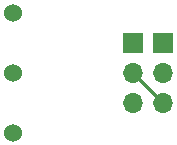
<source format=gbr>
G04 #@! TF.GenerationSoftware,KiCad,Pcbnew,(5.1.6)-1*
G04 #@! TF.CreationDate,2020-07-16T22:30:49-05:00*
G04 #@! TF.ProjectId,PotentiometerToServoWire,506f7465-6e74-4696-9f6d-65746572546f,rev?*
G04 #@! TF.SameCoordinates,Original*
G04 #@! TF.FileFunction,Copper,L2,Bot*
G04 #@! TF.FilePolarity,Positive*
%FSLAX46Y46*%
G04 Gerber Fmt 4.6, Leading zero omitted, Abs format (unit mm)*
G04 Created by KiCad (PCBNEW (5.1.6)-1) date 2020-07-16 22:30:49*
%MOMM*%
%LPD*%
G01*
G04 APERTURE LIST*
G04 #@! TA.AperFunction,ComponentPad*
%ADD10C,1.524000*%
G04 #@! TD*
G04 #@! TA.AperFunction,ComponentPad*
%ADD11R,1.700000X1.700000*%
G04 #@! TD*
G04 #@! TA.AperFunction,ComponentPad*
%ADD12O,1.700000X1.700000*%
G04 #@! TD*
G04 #@! TA.AperFunction,Conductor*
%ADD13C,0.250000*%
G04 #@! TD*
G04 APERTURE END LIST*
D10*
X137160000Y-86360000D03*
X137160000Y-91440000D03*
X137160000Y-96520000D03*
D11*
X149860000Y-88900000D03*
D12*
X149860000Y-91440000D03*
X149860000Y-93980000D03*
X147320000Y-93980000D03*
X147320000Y-91440000D03*
D11*
X147320000Y-88900000D03*
D13*
X147320000Y-91440000D02*
X149860000Y-93980000D01*
M02*

</source>
